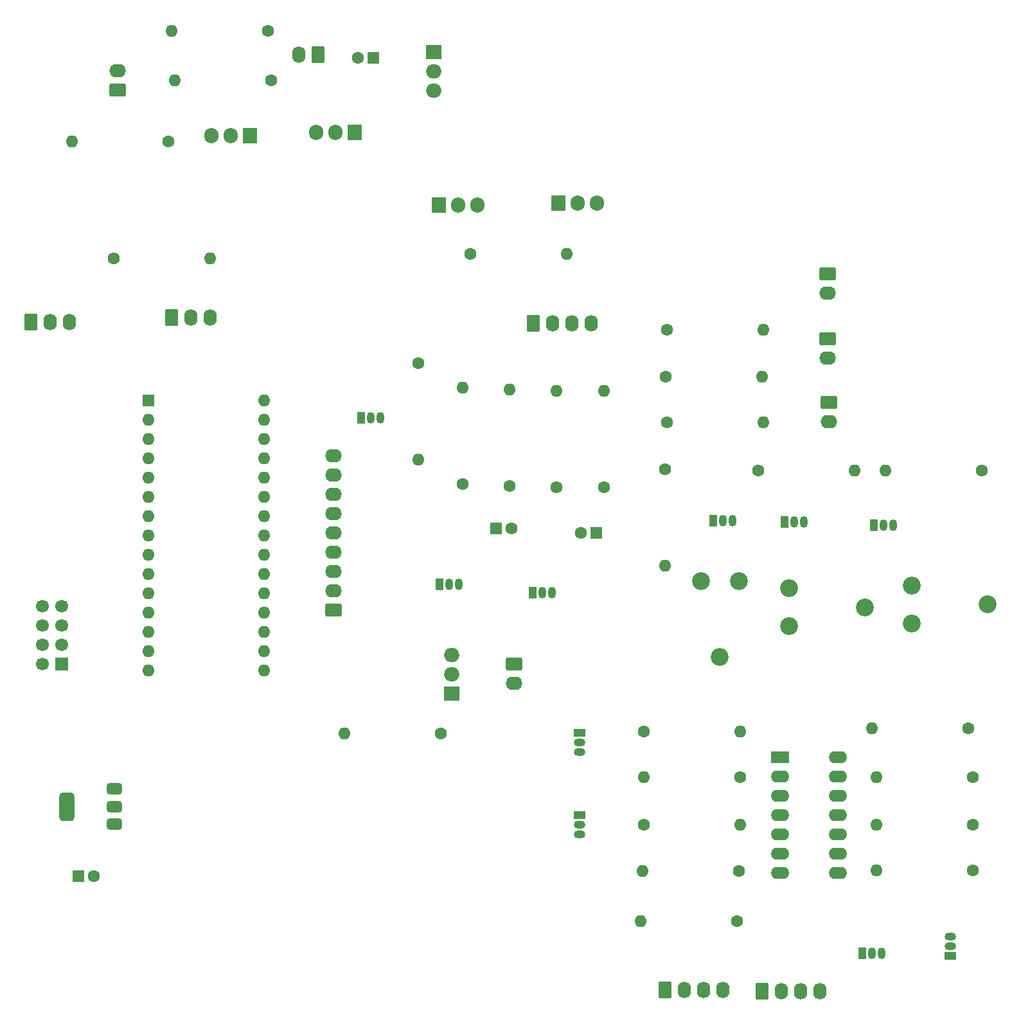
<source format=gts>
G04 #@! TF.GenerationSoftware,KiCad,Pcbnew,8.0.3*
G04 #@! TF.CreationDate,2024-07-07T22:19:34-04:00*
G04 #@! TF.ProjectId,Aplicaciones Car RC,41706c69-6361-4636-996f-6e6573204361,rev?*
G04 #@! TF.SameCoordinates,Original*
G04 #@! TF.FileFunction,Soldermask,Top*
G04 #@! TF.FilePolarity,Negative*
%FSLAX46Y46*%
G04 Gerber Fmt 4.6, Leading zero omitted, Abs format (unit mm)*
G04 Created by KiCad (PCBNEW 8.0.3) date 2024-07-07 22:19:34*
%MOMM*%
%LPD*%
G01*
G04 APERTURE LIST*
G04 Aperture macros list*
%AMRoundRect*
0 Rectangle with rounded corners*
0 $1 Rounding radius*
0 $2 $3 $4 $5 $6 $7 $8 $9 X,Y pos of 4 corners*
0 Add a 4 corners polygon primitive as box body*
4,1,4,$2,$3,$4,$5,$6,$7,$8,$9,$2,$3,0*
0 Add four circle primitives for the rounded corners*
1,1,$1+$1,$2,$3*
1,1,$1+$1,$4,$5*
1,1,$1+$1,$6,$7*
1,1,$1+$1,$8,$9*
0 Add four rect primitives between the rounded corners*
20,1,$1+$1,$2,$3,$4,$5,0*
20,1,$1+$1,$4,$5,$6,$7,0*
20,1,$1+$1,$6,$7,$8,$9,0*
20,1,$1+$1,$8,$9,$2,$3,0*%
G04 Aperture macros list end*
%ADD10R,1.050000X1.500000*%
%ADD11O,1.050000X1.500000*%
%ADD12RoundRect,0.250000X-0.620000X-0.845000X0.620000X-0.845000X0.620000X0.845000X-0.620000X0.845000X0*%
%ADD13O,1.740000X2.190000*%
%ADD14C,2.340000*%
%ADD15C,1.600000*%
%ADD16O,1.600000X1.600000*%
%ADD17R,1.600000X1.600000*%
%ADD18R,1.905000X2.000000*%
%ADD19O,1.905000X2.000000*%
%ADD20RoundRect,0.250000X0.620000X0.845000X-0.620000X0.845000X-0.620000X-0.845000X0.620000X-0.845000X0*%
%ADD21RoundRect,0.375000X0.625000X0.375000X-0.625000X0.375000X-0.625000X-0.375000X0.625000X-0.375000X0*%
%ADD22RoundRect,0.500000X0.500000X1.400000X-0.500000X1.400000X-0.500000X-1.400000X0.500000X-1.400000X0*%
%ADD23RoundRect,0.250000X-0.845000X0.620000X-0.845000X-0.620000X0.845000X-0.620000X0.845000X0.620000X0*%
%ADD24O,2.190000X1.740000*%
%ADD25RoundRect,0.250000X0.845000X-0.620000X0.845000X0.620000X-0.845000X0.620000X-0.845000X-0.620000X0*%
%ADD26R,2.000000X1.905000*%
%ADD27O,2.000000X1.905000*%
%ADD28R,1.700000X1.700000*%
%ADD29C,1.700000*%
%ADD30R,2.400000X1.600000*%
%ADD31O,2.400000X1.600000*%
%ADD32R,1.500000X1.050000*%
%ADD33O,1.500000X1.050000*%
G04 APERTURE END LIST*
D10*
X151030000Y-88135000D03*
D11*
X152300000Y-88135000D03*
X153570000Y-88135000D03*
D12*
X51720000Y-61800000D03*
D13*
X54260000Y-61800000D03*
X56800000Y-61800000D03*
D10*
X117860000Y-97400000D03*
D11*
X119130000Y-97400000D03*
X120400000Y-97400000D03*
D14*
X167800000Y-101475000D03*
X177800000Y-98975000D03*
X167800000Y-96475000D03*
D12*
X70260000Y-61220000D03*
D13*
X72800000Y-61220000D03*
X75340000Y-61220000D03*
D15*
X177050000Y-81375000D03*
D16*
X164350000Y-81375000D03*
D15*
X135550000Y-62775000D03*
D16*
X148250000Y-62775000D03*
D15*
X135300000Y-81225000D03*
D16*
X135300000Y-93925000D03*
D15*
X175820000Y-128000000D03*
D16*
X163120000Y-128000000D03*
D15*
X144800000Y-140725000D03*
D16*
X132100000Y-140725000D03*
D17*
X58000000Y-134800000D03*
D15*
X60000000Y-134800000D03*
X127200000Y-83550000D03*
D16*
X127200000Y-70850000D03*
D18*
X94400000Y-36800000D03*
D19*
X91860000Y-36800000D03*
X89320000Y-36800000D03*
D20*
X89540000Y-26600000D03*
D13*
X87000000Y-26600000D03*
D21*
X62750000Y-127900000D03*
X62750000Y-125600000D03*
D22*
X56450000Y-125600000D03*
D21*
X62750000Y-123300000D03*
D17*
X126200000Y-89600000D03*
D15*
X124200000Y-89600000D03*
X175200000Y-115325000D03*
D16*
X162500000Y-115325000D03*
D15*
X109650000Y-52800000D03*
D16*
X122350000Y-52800000D03*
D23*
X156700000Y-55435000D03*
D24*
X156700000Y-57975000D03*
D15*
X145200000Y-121725000D03*
D16*
X132500000Y-121725000D03*
D15*
X82950000Y-23400000D03*
D16*
X70250000Y-23400000D03*
D18*
X121260000Y-46145000D03*
D19*
X123800000Y-46145000D03*
X126340000Y-46145000D03*
D15*
X175800000Y-121725000D03*
D16*
X163100000Y-121725000D03*
D25*
X63130000Y-31220000D03*
D24*
X63130000Y-28680000D03*
D26*
X104800000Y-26200000D03*
D27*
X104800000Y-28740000D03*
X104800000Y-31280000D03*
D23*
X156700000Y-64035000D03*
D24*
X156700000Y-66575000D03*
D28*
X55789500Y-106825000D03*
D29*
X53249500Y-106825000D03*
X55789500Y-104285000D03*
X53249500Y-104285000D03*
X55789500Y-101745000D03*
X53249500Y-101745000D03*
X55789500Y-99205000D03*
X53249500Y-99205000D03*
D15*
X147550000Y-81375000D03*
D16*
X160250000Y-81375000D03*
D15*
X135550000Y-74975000D03*
D16*
X148250000Y-74975000D03*
D15*
X132500000Y-128000000D03*
D16*
X145200000Y-128000000D03*
D30*
X150450000Y-119100000D03*
D31*
X150450000Y-121640000D03*
X150450000Y-124180000D03*
X150450000Y-126720000D03*
X150450000Y-129260000D03*
X150450000Y-131800000D03*
X150450000Y-134340000D03*
X158070000Y-134340000D03*
X158070000Y-131800000D03*
X158070000Y-129260000D03*
X158070000Y-126720000D03*
X158070000Y-124180000D03*
X158070000Y-121640000D03*
X158070000Y-119100000D03*
D23*
X115400000Y-106860000D03*
D24*
X115400000Y-109400000D03*
D10*
X105530000Y-96360000D03*
D11*
X106800000Y-96360000D03*
X108070000Y-96360000D03*
D15*
X102800000Y-67250000D03*
D16*
X102800000Y-79950000D03*
D15*
X62650000Y-53400000D03*
D16*
X75350000Y-53400000D03*
D15*
X105750000Y-116000000D03*
D16*
X93050000Y-116000000D03*
D32*
X124050000Y-115925000D03*
D33*
X124050000Y-117195000D03*
X124050000Y-118465000D03*
D17*
X113000000Y-89000000D03*
D15*
X115000000Y-89000000D03*
D10*
X95260000Y-74400000D03*
D11*
X96530000Y-74400000D03*
X97800000Y-74400000D03*
D12*
X117920000Y-62000000D03*
D13*
X120460000Y-62000000D03*
X123000000Y-62000000D03*
X125540000Y-62000000D03*
D15*
X145000000Y-134125000D03*
D16*
X132300000Y-134125000D03*
D18*
X80600000Y-37200000D03*
D19*
X78060000Y-37200000D03*
X75520000Y-37200000D03*
D17*
X67190000Y-72150000D03*
D16*
X67190000Y-74690000D03*
X67190000Y-77230000D03*
X67190000Y-79770000D03*
X67190000Y-82310000D03*
X67190000Y-84850000D03*
X67190000Y-87390000D03*
X67190000Y-89930000D03*
X67190000Y-92470000D03*
X67190000Y-95010000D03*
X67190000Y-97550000D03*
X67190000Y-100090000D03*
X67190000Y-102630000D03*
X67190000Y-105170000D03*
X67190000Y-107710000D03*
X82430000Y-107710000D03*
X82430000Y-105170000D03*
X82430000Y-102630000D03*
X82430000Y-100090000D03*
X82430000Y-97550000D03*
X82430000Y-95010000D03*
X82430000Y-92470000D03*
X82430000Y-89930000D03*
X82430000Y-87390000D03*
X82430000Y-84850000D03*
X82430000Y-82310000D03*
X82430000Y-79770000D03*
X82430000Y-77230000D03*
X82430000Y-74690000D03*
X82430000Y-72150000D03*
D15*
X69800000Y-38000000D03*
D16*
X57100000Y-38000000D03*
D32*
X172850000Y-145265000D03*
D33*
X172850000Y-143995000D03*
X172850000Y-142725000D03*
D12*
X148040000Y-149945000D03*
D13*
X150580000Y-149945000D03*
X153120000Y-149945000D03*
X155660000Y-149945000D03*
D15*
X121000000Y-83550000D03*
D16*
X121000000Y-70850000D03*
D15*
X108600000Y-83150000D03*
D16*
X108600000Y-70450000D03*
D26*
X107145000Y-110740000D03*
D27*
X107145000Y-108200000D03*
X107145000Y-105660000D03*
D18*
X105460000Y-46345000D03*
D19*
X108000000Y-46345000D03*
X110540000Y-46345000D03*
D10*
X162760000Y-88575000D03*
D11*
X164030000Y-88575000D03*
X165300000Y-88575000D03*
D32*
X124050000Y-126725000D03*
D33*
X124050000Y-127995000D03*
X124050000Y-129265000D03*
D15*
X175820000Y-134000000D03*
D16*
X163120000Y-134000000D03*
D15*
X114800000Y-83350000D03*
D16*
X114800000Y-70650000D03*
D23*
X156900000Y-72375000D03*
D24*
X156900000Y-74915000D03*
D14*
X140000000Y-95875000D03*
X142500000Y-105875000D03*
X145000000Y-95875000D03*
D25*
X91600000Y-99760000D03*
D24*
X91600000Y-97220000D03*
X91600000Y-94680000D03*
X91600000Y-92140000D03*
X91600000Y-89600000D03*
X91600000Y-87060000D03*
X91600000Y-84520000D03*
X91600000Y-81980000D03*
X91600000Y-79440000D03*
D15*
X83350000Y-30000000D03*
D16*
X70650000Y-30000000D03*
D10*
X161250000Y-144925000D03*
D11*
X162520000Y-144925000D03*
X163790000Y-144925000D03*
D17*
X96800000Y-27000000D03*
D15*
X94800000Y-27000000D03*
X132500000Y-115725000D03*
D16*
X145200000Y-115725000D03*
D10*
X141630000Y-87935000D03*
D11*
X142900000Y-87935000D03*
X144170000Y-87935000D03*
D12*
X135310000Y-149725000D03*
D13*
X137850000Y-149725000D03*
X140390000Y-149725000D03*
X142930000Y-149725000D03*
D14*
X151600000Y-101875000D03*
X161600000Y-99375000D03*
X151600000Y-96875000D03*
D15*
X135350000Y-68975000D03*
D16*
X148050000Y-68975000D03*
M02*

</source>
